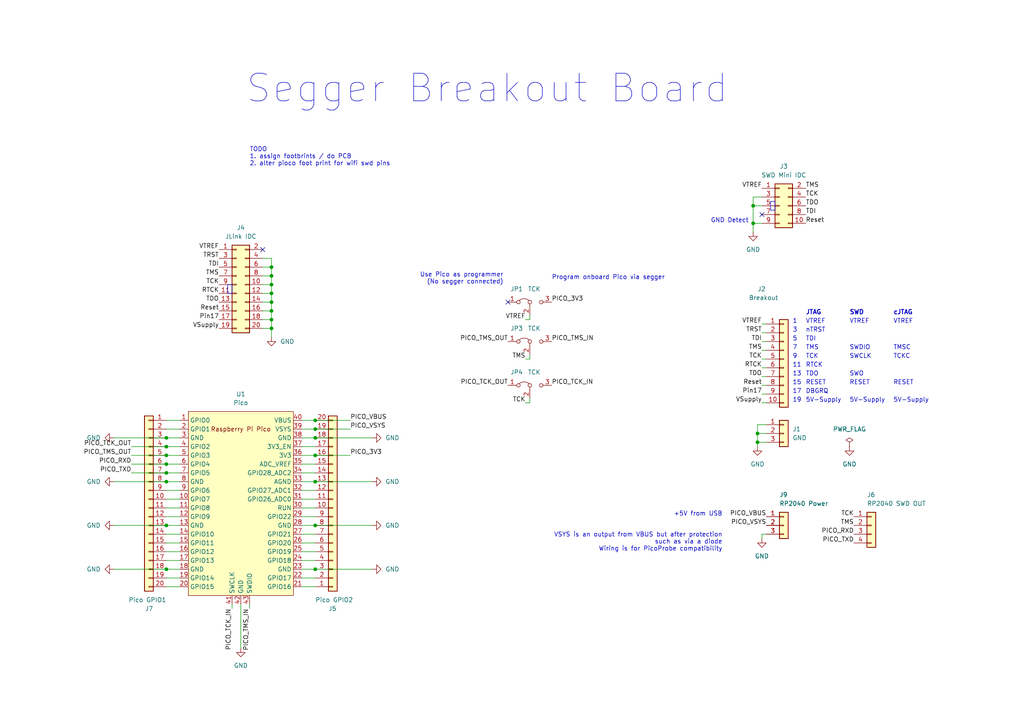
<source format=kicad_sch>
(kicad_sch (version 20230121) (generator eeschema)
  (paper "A4")
  (lib_symbols
    (symbol "Connector_Generic:Conn_01x03" (pin_names (offset 1.016) hide)
      (property "Reference" "J" (at 0 5.08 0))
      (property "Value" "Conn_01x03" (at 0 -5.08 0))
      (symbol "Conn_01x03_1_1"
        (rectangle (start -1.27 -2.413) (end 0 -2.667) (stroke (width 0.1524)))
        (rectangle (start -1.27 0.127) (end 0 -0.127) (stroke (width 0.1524)))
        (rectangle (start -1.27 2.667) (end 0 2.413) (stroke (width 0.1524)))
        (rectangle (start -1.27 3.81) (end 1.27 -3.81) (stroke (width 0.254)) (fill (type background)))
        (pin passive line (at -5.08 2.54 0) (length 3.81) (name "Pin_1") (number "1"))
        (pin passive line (at -5.08 0 0) (length 3.81) (name "Pin_2") (number "2"))
        (pin passive line (at -5.08 -2.54 0) (length 3.81) (name "Pin_3") (number "3"))
      )
    )
    (symbol "Connector_Generic:Conn_01x04" (pin_names (offset 1.016) hide)
      (property "Reference" "J" (at 0 5.08 0))
      (property "Value" "Conn_01x04" (at 0 -7.62 0))
      (symbol "Conn_01x04_1_1"
        (rectangle (start -1.27 -4.953) (end 0 -5.207) (stroke (width 0.1524)))
        (rectangle (start -1.27 -2.413) (end 0 -2.667) (stroke (width 0.1524)))
        (rectangle (start -1.27 0.127) (end 0 -0.127) (stroke (width 0.1524)))
        (rectangle (start -1.27 2.667) (end 0 2.413) (stroke (width 0.1524)))
        (rectangle (start -1.27 3.81) (end 1.27 -6.35) (stroke (width 0.254)) (fill (type background)))
        (pin passive line (at -5.08 2.54 0) (length 3.81) (name "Pin_1") (number "1"))
        (pin passive line (at -5.08 0 0) (length 3.81) (name "Pin_2") (number "2"))
        (pin passive line (at -5.08 -2.54 0) (length 3.81) (name "Pin_3") (number "3"))
        (pin passive line (at -5.08 -5.08 0) (length 3.81) (name "Pin_4") (number "4"))
      )
    )
    (symbol "Connector_Generic:Conn_01x10" (pin_names (offset 1.016) hide)
      (property "Reference" "J" (at 0 12.7 0))
      (property "Value" "Conn_01x10" (at 0 -15.24 0))
      (symbol "Conn_01x10_1_1"
        (rectangle (start -1.27 -12.573) (end 0 -12.827) (stroke (width 0.1524)))
        (rectangle (start -1.27 -10.033) (end 0 -10.287) (stroke (width 0.1524)))
        (rectangle (start -1.27 -7.493) (end 0 -7.747) (stroke (width 0.1524)))
        (rectangle (start -1.27 -4.953) (end 0 -5.207) (stroke (width 0.1524)))
        (rectangle (start -1.27 -2.413) (end 0 -2.667) (stroke (width 0.1524)))
        (rectangle (start -1.27 0.127) (end 0 -0.127) (stroke (width 0.1524)))
        (rectangle (start -1.27 2.667) (end 0 2.413) (stroke (width 0.1524)))
        (rectangle (start -1.27 5.207) (end 0 4.953) (stroke (width 0.1524)))
        (rectangle (start -1.27 7.747) (end 0 7.493) (stroke (width 0.1524)))
        (rectangle (start -1.27 10.287) (end 0 10.033) (stroke (width 0.1524)))
        (rectangle (start -1.27 11.43) (end 1.27 -13.97) (stroke (width 0.254)) (fill (type background)))
        (pin passive line (at -5.08 10.16 0) (length 3.81) (name "Pin_1") (number "1"))
        (pin passive line (at -5.08 -12.7 0) (length 3.81) (name "Pin_10") (number "10"))
        (pin passive line (at -5.08 7.62 0) (length 3.81) (name "Pin_2") (number "2"))
        (pin passive line (at -5.08 5.08 0) (length 3.81) (name "Pin_3") (number "3"))
        (pin passive line (at -5.08 2.54 0) (length 3.81) (name "Pin_4") (number "4"))
        (pin passive line (at -5.08 0 0) (length 3.81) (name "Pin_5") (number "5"))
        (pin passive line (at -5.08 -2.54 0) (length 3.81) (name "Pin_6") (number "6"))
        (pin passive line (at -5.08 -5.08 0) (length 3.81) (name "Pin_7") (number "7"))
        (pin passive line (at -5.08 -7.62 0) (length 3.81) (name "Pin_8") (number "8"))
        (pin passive line (at -5.08 -10.16 0) (length 3.81) (name "Pin_9") (number "9"))
      )
    )
    (symbol "Connector_Generic:Conn_01x20" (pin_names (offset 1.016) hide)
      (property "Reference" "J" (at 0 25.4 0))
      (property "Value" "Conn_01x20" (at 0 -27.94 0))
      (symbol "Conn_01x20_1_1"
        (rectangle (start -1.27 -25.273) (end 0 -25.527) (stroke (width 0.1524)))
        (rectangle (start -1.27 -22.733) (end 0 -22.987) (stroke (width 0.1524)))
        (rectangle (start -1.27 -20.193) (end 0 -20.447) (stroke (width 0.1524)))
        (rectangle (start -1.27 -17.653) (end 0 -17.907) (stroke (width 0.1524)))
        (rectangle (start -1.27 -15.113) (end 0 -15.367) (stroke (width 0.1524)))
        (rectangle (start -1.27 -12.573) (end 0 -12.827) (stroke (width 0.1524)))
        (rectangle (start -1.27 -10.033) (end 0 -10.287) (stroke (width 0.1524)))
        (rectangle (start -1.27 -7.493) (end 0 -7.747) (stroke (width 0.1524)))
        (rectangle (start -1.27 -4.953) (end 0 -5.207) (stroke (width 0.1524)))
        (rectangle (start -1.27 -2.413) (end 0 -2.667) (stroke (width 0.1524)))
        (rectangle (start -1.27 0.127) (end 0 -0.127) (stroke (width 0.1524)))
        (rectangle (start -1.27 2.667) (end 0 2.413) (stroke (width 0.1524)))
        (rectangle (start -1.27 5.207) (end 0 4.953) (stroke (width 0.1524)))
        (rectangle (start -1.27 7.747) (end 0 7.493) (stroke (width 0.1524)))
        (rectangle (start -1.27 10.287) (end 0 10.033) (stroke (width 0.1524)))
        (rectangle (start -1.27 12.827) (end 0 12.573) (stroke (width 0.1524)))
        (rectangle (start -1.27 15.367) (end 0 15.113) (stroke (width 0.1524)))
        (rectangle (start -1.27 17.907) (end 0 17.653) (stroke (width 0.1524)))
        (rectangle (start -1.27 20.447) (end 0 20.193) (stroke (width 0.1524)))
        (rectangle (start -1.27 22.987) (end 0 22.733) (stroke (width 0.1524)))
        (rectangle (start -1.27 24.13) (end 1.27 -26.67) (stroke (width 0.254)) (fill (type background)))
        (pin passive line (at -5.08 22.86 0) (length 3.81) (name "Pin_1") (number "1"))
        (pin passive line (at -5.08 0 0) (length 3.81) (name "Pin_10") (number "10"))
        (pin passive line (at -5.08 -2.54 0) (length 3.81) (name "Pin_11") (number "11"))
        (pin passive line (at -5.08 -5.08 0) (length 3.81) (name "Pin_12") (number "12"))
        (pin passive line (at -5.08 -7.62 0) (length 3.81) (name "Pin_13") (number "13"))
        (pin passive line (at -5.08 -10.16 0) (length 3.81) (name "Pin_14") (number "14"))
        (pin passive line (at -5.08 -12.7 0) (length 3.81) (name "Pin_15") (number "15"))
        (pin passive line (at -5.08 -15.24 0) (length 3.81) (name "Pin_16") (number "16"))
        (pin passive line (at -5.08 -17.78 0) (length 3.81) (name "Pin_17") (number "17"))
        (pin passive line (at -5.08 -20.32 0) (length 3.81) (name "Pin_18") (number "18"))
        (pin passive line (at -5.08 -22.86 0) (length 3.81) (name "Pin_19") (number "19"))
        (pin passive line (at -5.08 20.32 0) (length 3.81) (name "Pin_2") (number "2"))
        (pin passive line (at -5.08 -25.4 0) (length 3.81) (name "Pin_20") (number "20"))
        (pin passive line (at -5.08 17.78 0) (length 3.81) (name "Pin_3") (number "3"))
        (pin passive line (at -5.08 15.24 0) (length 3.81) (name "Pin_4") (number "4"))
        (pin passive line (at -5.08 12.7 0) (length 3.81) (name "Pin_5") (number "5"))
        (pin passive line (at -5.08 10.16 0) (length 3.81) (name "Pin_6") (number "6"))
        (pin passive line (at -5.08 7.62 0) (length 3.81) (name "Pin_7") (number "7"))
        (pin passive line (at -5.08 5.08 0) (length 3.81) (name "Pin_8") (number "8"))
        (pin passive line (at -5.08 2.54 0) (length 3.81) (name "Pin_9") (number "9"))
      )
    )
    (symbol "Connector_Generic:Conn_02x05_Odd_Even" (pin_names (offset 1.016) hide)
      (property "Reference" "J" (at 1.27 7.62 0))
      (property "Value" "Conn_02x05_Odd_Even" (at 1.27 -7.62 0))
      (symbol "Conn_02x05_Odd_Even_1_1"
        (rectangle (start -1.27 -4.953) (end 0 -5.207) (stroke (width 0.1524)))
        (rectangle (start -1.27 -2.413) (end 0 -2.667) (stroke (width 0.1524)))
        (rectangle (start -1.27 0.127) (end 0 -0.127) (stroke (width 0.1524)))
        (rectangle (start -1.27 2.667) (end 0 2.413) (stroke (width 0.1524)))
        (rectangle (start -1.27 5.207) (end 0 4.953) (stroke (width 0.1524)))
        (rectangle (start -1.27 6.35) (end 3.81 -6.35) (stroke (width 0.254)) (fill (type background)))
        (rectangle (start 3.81 -4.953) (end 2.54 -5.207) (stroke (width 0.1524)))
        (rectangle (start 3.81 -2.413) (end 2.54 -2.667) (stroke (width 0.1524)))
        (rectangle (start 3.81 0.127) (end 2.54 -0.127) (stroke (width 0.1524)))
        (rectangle (start 3.81 2.667) (end 2.54 2.413) (stroke (width 0.1524)))
        (rectangle (start 3.81 5.207) (end 2.54 4.953) (stroke (width 0.1524)))
        (pin passive line (at -5.08 5.08 0) (length 3.81) (name "Pin_1") (number "1"))
        (pin passive line (at 7.62 -5.08 180) (length 3.81) (name "Pin_10") (number "10"))
        (pin passive line (at 7.62 5.08 180) (length 3.81) (name "Pin_2") (number "2"))
        (pin passive line (at -5.08 2.54 0) (length 3.81) (name "Pin_3") (number "3"))
        (pin passive line (at 7.62 2.54 180) (length 3.81) (name "Pin_4") (number "4"))
        (pin passive line (at -5.08 0 0) (length 3.81) (name "Pin_5") (number "5"))
        (pin passive line (at 7.62 0 180) (length 3.81) (name "Pin_6") (number "6"))
        (pin passive line (at -5.08 -2.54 0) (length 3.81) (name "Pin_7") (number "7"))
        (pin passive line (at 7.62 -2.54 180) (length 3.81) (name "Pin_8") (number "8"))
        (pin passive line (at -5.08 -5.08 0) (length 3.81) (name "Pin_9") (number "9"))
      )
    )
    (symbol "Connector_Generic:Conn_02x10_Odd_Even" (pin_names (offset 1.016) hide)
      (property "Reference" "J" (at 1.27 12.7 0))
      (property "Value" "Conn_02x10_Odd_Even" (at 1.27 -15.24 0))
      (symbol "Conn_02x10_Odd_Even_1_1"
        (rectangle (start -1.27 -12.573) (end 0 -12.827) (stroke (width 0.1524)))
        (rectangle (start -1.27 -10.033) (end 0 -10.287) (stroke (width 0.1524)))
        (rectangle (start -1.27 -7.493) (end 0 -7.747) (stroke (width 0.1524)))
        (rectangle (start -1.27 -4.953) (end 0 -5.207) (stroke (width 0.1524)))
        (rectangle (start -1.27 -2.413) (end 0 -2.667) (stroke (width 0.1524)))
        (rectangle (start -1.27 0.127) (end 0 -0.127) (stroke (width 0.1524)))
        (rectangle (start -1.27 2.667) (end 0 2.413) (stroke (width 0.1524)))
        (rectangle (start -1.27 5.207) (end 0 4.953) (stroke (width 0.1524)))
        (rectangle (start -1.27 7.747) (end 0 7.493) (stroke (width 0.1524)))
        (rectangle (start -1.27 10.287) (end 0 10.033) (stroke (width 0.1524)))
        (rectangle (start -1.27 11.43) (end 3.81 -13.97) (stroke (width 0.254)) (fill (type background)))
        (rectangle (start 3.81 -12.573) (end 2.54 -12.827) (stroke (width 0.1524)))
        (rectangle (start 3.81 -10.033) (end 2.54 -10.287) (stroke (width 0.1524)))
        (rectangle (start 3.81 -7.493) (end 2.54 -7.747) (stroke (width 0.1524)))
        (rectangle (start 3.81 -4.953) (end 2.54 -5.207) (stroke (width 0.1524)))
        (rectangle (start 3.81 -2.413) (end 2.54 -2.667) (stroke (width 0.1524)))
        (rectangle (start 3.81 0.127) (end 2.54 -0.127) (stroke (width 0.1524)))
        (rectangle (start 3.81 2.667) (end 2.54 2.413) (stroke (width 0.1524)))
        (rectangle (start 3.81 5.207) (end 2.54 4.953) (stroke (width 0.1524)))
        (rectangle (start 3.81 7.747) (end 2.54 7.493) (stroke (width 0.1524)))
        (rectangle (start 3.81 10.287) (end 2.54 10.033) (stroke (width 0.1524)))
        (pin passive line (at -5.08 10.16 0) (length 3.81) (name "Pin_1") (number "1"))
        (pin passive line (at 7.62 0 180) (length 3.81) (name "Pin_10") (number "10"))
        (pin passive line (at -5.08 -2.54 0) (length 3.81) (name "Pin_11") (number "11"))
        (pin passive line (at 7.62 -2.54 180) (length 3.81) (name "Pin_12") (number "12"))
        (pin passive line (at -5.08 -5.08 0) (length 3.81) (name "Pin_13") (number "13"))
        (pin passive line (at 7.62 -5.08 180) (length 3.81) (name "Pin_14") (number "14"))
        (pin passive line (at -5.08 -7.62 0) (length 3.81) (name "Pin_15") (number "15"))
        (pin passive line (at 7.62 -7.62 180) (length 3.81) (name "Pin_16") (number "16"))
        (pin passive line (at -5.08 -10.16 0) (length 3.81) (name "Pin_17") (number "17"))
        (pin passive line (at 7.62 -10.16 180) (length 3.81) (name "Pin_18") (number "18"))
        (pin passive line (at -5.08 -12.7 0) (length 3.81) (name "Pin_19") (number "19"))
        (pin passive line (at 7.62 10.16 180) (length 3.81) (name "Pin_2") (number "2"))
        (pin passive line (at 7.62 -12.7 180) (length 3.81) (name "Pin_20") (number "20"))
        (pin passive line (at -5.08 7.62 0) (length 3.81) (name "Pin_3") (number "3"))
        (pin passive line (at 7.62 7.62 180) (length 3.81) (name "Pin_4") (number "4"))
        (pin passive line (at -5.08 5.08 0) (length 3.81) (name "Pin_5") (number "5"))
        (pin passive line (at 7.62 5.08 180) (length 3.81) (name "Pin_6") (number "6"))
        (pin passive line (at -5.08 2.54 0) (length 3.81) (name "Pin_7") (number "7"))
        (pin passive line (at 7.62 2.54 180) (length 3.81) (name "Pin_8") (number "8"))
        (pin passive line (at -5.08 0 0) (length 3.81) (name "Pin_9") (number "9"))
      )
    )
    (symbol "Jumper:Jumper_3_Bridged12" (pin_names (offset 0) hide)
      (property "Reference" "JP" (at -2.54 -2.54 0))
      (property "Value" "Jumper_3_Bridged12" (at 0 2.794 0))
      (symbol "Jumper_3_Bridged12_0_0"
        (circle (center -3.302 0) (radius 0.508))
        (circle (center 0 0) (radius 0.508))
        (circle (center 3.302 0) (radius 0.508))
      )
      (symbol "Jumper_3_Bridged12_0_1"
        (arc (start -0.254 0.508) (mid -1.651 0.9912) (end -3.048 0.508))
        (polyline (pts (xy 0 -1.27) (xy 0 -0.508)))
      )
      (symbol "Jumper_3_Bridged12_1_1"
        (pin passive line (at -6.35 0 0) (length 2.54) (name "A") (number "1"))
        (pin passive line (at 0 -3.81 90) (length 2.54) (name "C") (number "2"))
        (pin passive line (at 6.35 0 180) (length 2.54) (name "B") (number "3"))
      )
    )
    (symbol "MCU_RaspberryPi_and_Boards:Pico"
      (property "Reference" "U" (at -13.97 27.94 0))
      (property "Value" "Pico" (at 0 19.05 0))
      (symbol "Pico_0_0"
        (text "Raspberry Pi Pico" (at 0 21.59 0) (effects (font (size 1.27 1.27))))
      )
      (symbol "Pico_0_1"
        (rectangle (start -15.24 26.67) (end 15.24 -26.67) (fill (type background)))
      )
      (symbol "Pico_1_1"
        (pin bidirectional line (at -17.78 24.13 0) (length 2.54) (name "GPIO0") (number "1"))
        (pin bidirectional line (at -17.78 1.27 0) (length 2.54) (name "GPIO7") (number "10"))
        (pin bidirectional line (at -17.78 -1.27 0) (length 2.54) (name "GPIO8") (number "11"))
        (pin bidirectional line (at -17.78 -3.81 0) (length 2.54) (name "GPIO9") (number "12"))
        (pin power_in line (at -17.78 -6.35 0) (length 2.54) (name "GND") (number "13"))
        (pin bidirectional line (at -17.78 -8.89 0) (length 2.54) (name "GPIO10") (number "14"))
        (pin bidirectional line (at -17.78 -11.43 0) (length 2.54) (name "GPIO11") (number "15"))
        (pin bidirectional line (at -17.78 -13.97 0) (length 2.54) (name "GPIO12") (number "16"))
        (pin bidirectional line (at -17.78 -16.51 0) (length 2.54) (name "GPIO13") (number "17"))
        (pin power_in line (at -17.78 -19.05 0) (length 2.54) (name "GND") (number "18"))
        (pin bidirectional line (at -17.78 -21.59 0) (length 2.54) (name "GPIO14") (number "19"))
        (pin bidirectional line (at -17.78 21.59 0) (length 2.54) (name "GPIO1") (number "2"))
        (pin bidirectional line (at -17.78 -24.13 0) (length 2.54) (name "GPIO15") (number "20"))
        (pin bidirectional line (at 17.78 -24.13 180) (length 2.54) (name "GPIO16") (number "21"))
        (pin bidirectional line (at 17.78 -21.59 180) (length 2.54) (name "GPIO17") (number "22"))
        (pin power_in line (at 17.78 -19.05 180) (length 2.54) (name "GND") (number "23"))
        (pin bidirectional line (at 17.78 -16.51 180) (length 2.54) (name "GPIO18") (number "24"))
        (pin bidirectional line (at 17.78 -13.97 180) (length 2.54) (name "GPIO19") (number "25"))
        (pin bidirectional line (at 17.78 -11.43 180) (length 2.54) (name "GPIO20") (number "26"))
        (pin bidirectional line (at 17.78 -8.89 180) (length 2.54) (name "GPIO21") (number "27"))
        (pin power_in line (at 17.78 -6.35 180) (length 2.54) (name "GND") (number "28"))
        (pin bidirectional line (at 17.78 -3.81 180) (length 2.54) (name "GPIO22") (number "29"))
        (pin power_in line (at -17.78 19.05 0) (length 2.54) (name "GND") (number "3"))
        (pin input line (at 17.78 -1.27 180) (length 2.54) (name "RUN") (number "30"))
        (pin bidirectional line (at 17.78 1.27 180) (length 2.54) (name "GPIO26_ADC0") (number "31"))
        (pin bidirectional line (at 17.78 3.81 180) (length 2.54) (name "GPIO27_ADC1") (number "32"))
        (pin power_in line (at 17.78 6.35 180) (length 2.54) (name "AGND") (number "33"))
        (pin bidirectional line (at 17.78 8.89 180) (length 2.54) (name "GPIO28_ADC2") (number "34"))
        (pin power_in line (at 17.78 11.43 180) (length 2.54) (name "ADC_VREF") (number "35"))
        (pin power_in line (at 17.78 13.97 180) (length 2.54) (name "3V3") (number "36"))
        (pin input line (at 17.78 16.51 180) (length 2.54) (name "3V3_EN") (number "37"))
        (pin bidirectional line (at 17.78 19.05 180) (length 2.54) (name "GND") (number "38"))
        (pin power_in line (at 17.78 21.59 180) (length 2.54) (name "VSYS") (number "39"))
        (pin bidirectional line (at -17.78 16.51 0) (length 2.54) (name "GPIO2") (number "4"))
        (pin power_in line (at 17.78 24.13 180) (length 2.54) (name "VBUS") (number "40"))
        (pin input line (at -2.54 -29.21 90) (length 2.54) (name "SWCLK") (number "41"))
        (pin power_in line (at 0 -29.21 90) (length 2.54) (name "GND") (number "42"))
        (pin bidirectional line (at 2.54 -29.21 90) (length 2.54) (name "SWDIO") (number "43"))
        (pin bidirectional line (at -17.78 13.97 0) (length 2.54) (name "GPIO3") (number "5"))
        (pin bidirectional line (at -17.78 11.43 0) (length 2.54) (name "GPIO4") (number "6"))
        (pin bidirectional line (at -17.78 8.89 0) (length 2.54) (name "GPIO5") (number "7"))
        (pin power_in line (at -17.78 6.35 0) (length 2.54) (name "GND") (number "8"))
        (pin bidirectional line (at -17.78 3.81 0) (length 2.54) (name "GPIO6") (number "9"))
      )
    )
    (symbol "power:GND" (power) (pin_names (offset 0))
      (property "Value" "GND" (at 0 -3.81 0))
      (symbol "GND_0_1"
        (polyline (pts (xy 0 0) (xy 0 -1.27) (xy 1.27 -1.27) (xy 0 -2.54) (xy -1.27 -1.27) (xy 0 -1.27)))
      )
      (symbol "GND_1_1"
        (pin power_in line (at 0 0 270) (length 0) hide (name "GND") (number "1"))
      )
    )
    (symbol "power:PWR_FLAG" (power) (pin_numbers hide) (pin_names (offset 0) hide)
      (property "Value" "PWR_FLAG" (at 0 3.81 0))
      (symbol "PWR_FLAG_0_0"
        (pin power_out line (at 0 0 90) (length 0) (name "pwr") (number "1"))
      )
      (symbol "PWR_FLAG_0_1"
        (polyline (pts (xy 0 0) (xy 0 1.27) (xy -1.016 1.905) (xy 0 2.54) (xy 1.016 1.905) (xy 0 1.27)))
      )
    )
  )
  (junction (at 218.44 59.69))
  (junction (at 48.26 132.08))
  (junction (at 91.44 152.4))
  (junction (at 78.74 85.09))
  (junction (at 48.26 129.54))
  (junction (at 78.74 95.25))
  (junction (at 78.74 90.17))
  (junction (at 91.44 121.92))
  (junction (at 78.74 82.55))
  (junction (at 78.74 87.63))
  (junction (at 48.26 139.7))
  (junction (at 91.44 127))
  (junction (at 91.44 139.7))
  (junction (at 218.44 64.77))
  (junction (at 91.44 165.1))
  (junction (at 78.74 92.71))
  (junction (at 78.74 77.47))
  (junction (at 78.74 80.01))
  (junction (at 48.26 127))
  (junction (at 91.44 124.46))
  (junction (at 48.26 137.16))
  (junction (at 48.26 152.4))
  (junction (at 91.44 132.08))
  (junction (at 219.71 128.27))
  (junction (at 48.26 134.62))
  (junction (at 48.26 165.1))
  (junction (at 219.71 125.73))
  (no_connect (at 147.32 87.63))
  (no_connect (at 220.98 62.23))
  (no_connect (at 76.2 72.39))
  (wire (pts (xy 220.98 116.84) (xy 222.25 116.84)))
  (wire (pts (xy 87.63 134.62) (xy 91.44 134.62)))
  (wire (pts (xy 78.74 80.01) (xy 78.74 82.55)))
  (wire (pts (xy 78.74 82.55) (xy 78.74 85.09)))
  (wire (pts (xy 87.63 162.56) (xy 91.44 162.56)))
  (wire (pts (xy 48.26 121.92) (xy 52.07 121.92)))
  (wire (pts (xy 87.63 165.1) (xy 91.44 165.1)))
  (wire (pts (xy 91.44 165.1) (xy 107.95 165.1)))
  (wire (pts (xy 91.44 121.92) (xy 101.6 121.92)))
  (wire (pts (xy 33.02 127) (xy 48.26 127)))
  (wire (pts (xy 87.63 129.54) (xy 91.44 129.54)))
  (wire (pts (xy 87.63 137.16) (xy 91.44 137.16)))
  (wire (pts (xy 76.2 77.47) (xy 78.74 77.47)))
  (wire (pts (xy 48.26 162.56) (xy 52.07 162.56)))
  (wire (pts (xy 48.26 142.24) (xy 52.07 142.24)))
  (wire (pts (xy 218.44 64.77) (xy 218.44 67.31)))
  (wire (pts (xy 38.1 134.62) (xy 48.26 134.62)))
  (wire (pts (xy 220.98 114.3) (xy 222.25 114.3)))
  (wire (pts (xy 220.98 111.76) (xy 222.25 111.76)))
  (wire (pts (xy 91.44 139.7) (xy 107.95 139.7)))
  (wire (pts (xy 91.44 152.4) (xy 107.95 152.4)))
  (wire (pts (xy 76.2 92.71) (xy 78.74 92.71)))
  (wire (pts (xy 87.63 124.46) (xy 91.44 124.46)))
  (wire (pts (xy 220.98 96.52) (xy 222.25 96.52)))
  (wire (pts (xy 78.74 92.71) (xy 78.74 95.25)))
  (wire (pts (xy 87.63 127) (xy 91.44 127)))
  (wire (pts (xy 91.44 127) (xy 107.95 127)))
  (wire (pts (xy 219.71 123.19) (xy 219.71 125.73)))
  (wire (pts (xy 48.26 139.7) (xy 52.07 139.7)))
  (wire (pts (xy 153.67 115.57) (xy 153.67 116.84)))
  (wire (pts (xy 48.26 154.94) (xy 52.07 154.94)))
  (wire (pts (xy 220.98 109.22) (xy 222.25 109.22)))
  (wire (pts (xy 87.63 139.7) (xy 91.44 139.7)))
  (wire (pts (xy 48.26 124.46) (xy 52.07 124.46)))
  (wire (pts (xy 87.63 132.08) (xy 91.44 132.08)))
  (wire (pts (xy 218.44 64.77) (xy 220.98 64.77)))
  (wire (pts (xy 76.2 85.09) (xy 78.74 85.09)))
  (wire (pts (xy 87.63 167.64) (xy 91.44 167.64)))
  (wire (pts (xy 87.63 170.18) (xy 91.44 170.18)))
  (wire (pts (xy 48.26 144.78) (xy 52.07 144.78)))
  (wire (pts (xy 48.26 165.1) (xy 52.07 165.1)))
  (wire (pts (xy 48.26 152.4) (xy 52.07 152.4)))
  (wire (pts (xy 76.2 95.25) (xy 78.74 95.25)))
  (wire (pts (xy 72.39 175.26) (xy 72.39 176.53)))
  (wire (pts (xy 76.2 74.93) (xy 78.74 74.93)))
  (wire (pts (xy 76.2 80.01) (xy 78.74 80.01)))
  (wire (pts (xy 48.26 170.18) (xy 52.07 170.18)))
  (wire (pts (xy 220.98 106.68) (xy 222.25 106.68)))
  (wire (pts (xy 219.71 125.73) (xy 219.71 128.27)))
  (wire (pts (xy 87.63 142.24) (xy 91.44 142.24)))
  (wire (pts (xy 33.02 152.4) (xy 48.26 152.4)))
  (wire (pts (xy 152.4 116.84) (xy 153.67 116.84)))
  (wire (pts (xy 38.1 132.08) (xy 48.26 132.08)))
  (wire (pts (xy 69.85 175.26) (xy 69.85 187.96)))
  (wire (pts (xy 48.26 134.62) (xy 52.07 134.62)))
  (wire (pts (xy 152.4 104.14) (xy 153.67 104.14)))
  (wire (pts (xy 220.98 99.06) (xy 222.25 99.06)))
  (wire (pts (xy 76.2 87.63) (xy 78.74 87.63)))
  (wire (pts (xy 220.98 104.14) (xy 222.25 104.14)))
  (wire (pts (xy 153.67 91.44) (xy 153.67 92.71)))
  (wire (pts (xy 219.71 125.73) (xy 222.25 125.73)))
  (wire (pts (xy 87.63 144.78) (xy 91.44 144.78)))
  (wire (pts (xy 220.98 154.94) (xy 220.98 156.21)))
  (wire (pts (xy 38.1 129.54) (xy 48.26 129.54)))
  (wire (pts (xy 78.74 74.93) (xy 78.74 77.47)))
  (wire (pts (xy 78.74 77.47) (xy 78.74 80.01)))
  (wire (pts (xy 218.44 59.69) (xy 220.98 59.69)))
  (wire (pts (xy 78.74 90.17) (xy 78.74 92.71)))
  (wire (pts (xy 87.63 149.86) (xy 91.44 149.86)))
  (wire (pts (xy 220.98 93.98) (xy 222.25 93.98)))
  (wire (pts (xy 33.02 139.7) (xy 48.26 139.7)))
  (wire (pts (xy 87.63 157.48) (xy 91.44 157.48)))
  (wire (pts (xy 48.26 137.16) (xy 52.07 137.16)))
  (wire (pts (xy 67.31 175.26) (xy 67.31 176.53)))
  (wire (pts (xy 218.44 57.15) (xy 218.44 59.69)))
  (wire (pts (xy 33.02 165.1) (xy 48.26 165.1)))
  (wire (pts (xy 76.2 82.55) (xy 78.74 82.55)))
  (wire (pts (xy 78.74 87.63) (xy 78.74 90.17)))
  (wire (pts (xy 222.25 123.19) (xy 219.71 123.19)))
  (wire (pts (xy 87.63 147.32) (xy 91.44 147.32)))
  (wire (pts (xy 91.44 132.08) (xy 101.6 132.08)))
  (wire (pts (xy 153.67 102.87) (xy 153.67 104.14)))
  (wire (pts (xy 87.63 121.92) (xy 91.44 121.92)))
  (wire (pts (xy 152.4 92.71) (xy 153.67 92.71)))
  (wire (pts (xy 48.26 127) (xy 52.07 127)))
  (wire (pts (xy 78.74 95.25) (xy 78.74 97.79)))
  (wire (pts (xy 219.71 128.27) (xy 222.25 128.27)))
  (wire (pts (xy 48.26 129.54) (xy 52.07 129.54)))
  (wire (pts (xy 91.44 124.46) (xy 101.6 124.46)))
  (wire (pts (xy 48.26 167.64) (xy 52.07 167.64)))
  (wire (pts (xy 76.2 90.17) (xy 78.74 90.17)))
  (wire (pts (xy 220.98 57.15) (xy 218.44 57.15)))
  (wire (pts (xy 78.74 85.09) (xy 78.74 87.63)))
  (wire (pts (xy 48.26 132.08) (xy 52.07 132.08)))
  (wire (pts (xy 219.71 128.27) (xy 219.71 129.54)))
  (wire (pts (xy 38.1 137.16) (xy 48.26 137.16)))
  (wire (pts (xy 87.63 154.94) (xy 91.44 154.94)))
  (wire (pts (xy 87.63 160.02) (xy 91.44 160.02)))
  (wire (pts (xy 48.26 160.02) (xy 52.07 160.02)))
  (wire (pts (xy 218.44 59.69) (xy 218.44 64.77)))
  (wire (pts (xy 48.26 149.86) (xy 52.07 149.86)))
  (wire (pts (xy 48.26 157.48) (xy 52.07 157.48)))
  (wire (pts (xy 48.26 147.32) (xy 52.07 147.32)))
  (wire (pts (xy 87.63 152.4) (xy 91.44 152.4)))
  (wire (pts (xy 220.98 101.6) (xy 222.25 101.6)))
  (wire (pts (xy 222.25 154.94) (xy 220.98 154.94)))
  (rectangle (start 223.52 58.42) (end 224.79 60.96))
  (rectangle (start 66.04 82.55) (end 67.31 85.09))
  (text "Segger Breakout Board" (at 71.12 30.48 0) (effects (font (size 8 8)) (justify left bottom)))
  (text "5V-Supply" (at 233.68 116.84 0) (effects (font (size 1.27 1.27)) (justify left bottom)))
  (text "3" (at 229.87 96.52 0) (effects (font (size 1.27 1.27)) (justify left bottom)))
  (text "+5V from USB" (at 209.55 149.86 0) (effects (font (size 1.27 1.27)) (justify right bottom)))
  (text "TCK" (at 233.68 104.14 0) (effects (font (size 1.27 1.27)) (justify left bottom)))
  (text "VTREF" (at 233.68 93.98 0) (effects (font (size 1.27 1.27)) (justify left bottom)))
  (text "9" (at 229.87 104.14 0) (effects (font (size 1.27 1.27)) (justify left bottom)))
  (text "5V-Supply" (at 246.38 116.84 0) (effects (font (size 1.27 1.27)) (justify left bottom)))
  (text "RESET" (at 259.08 111.76 0) (effects (font (size 1.27 1.27)) (justify left bottom)))
  (text "5\n" (at 229.87 99.06 0) (effects (font (size 1.27 1.27)) (justify left bottom)))
  (text "TCKC" (at 259.08 104.14 0) (effects (font (size 1.27 1.27)) (justify left bottom)))
  (text "SWO" (at 246.38 109.22 0) (effects (font (size 1.27 1.27)) (justify left bottom)))
  (text "cJTAG" (at 259.08 91.44 0) (effects (font (size 1.27 1.27) (thickness 0.254) bold) (justify left bottom)))
  (text "JTAG" (at 233.68 91.44 0) (effects (font (size 1.27 1.27) (thickness 0.254) bold) (justify left bottom)))
  (text "RTCK" (at 233.68 106.68 0) (effects (font (size 1.27 1.27)) (justify left bottom)))
  (text "SWCLK" (at 246.38 104.14 0) (effects (font (size 1.27 1.27)) (justify left bottom)))
  (text "13" (at 229.87 109.22 0) (effects (font (size 1.27 1.27)) (justify left bottom)))
  (text "1" (at 229.87 93.98 0) (effects (font (size 1.27 1.27)) (justify left bottom)))
  (text "Program onboard Pico via segger" (at 160.02 81.28 0) (effects (font (size 1.27 1.27)) (justify left bottom)))
  (text "VSYS is an output from VBUS but after protection\nsuch as via a diode\nWiring is for PicoProbe compatibility" (at 209.55 160.02 0) (effects (font (size 1.27 1.27)) (justify right bottom)))
  (text "VTREF" (at 259.08 93.98 0) (effects (font (size 1.27 1.27)) (justify left bottom)))
  (text "nTRST" (at 233.68 96.52 0) (effects (font (size 1.27 1.27)) (justify left bottom)))
  (text "7" (at 229.87 101.6 0) (effects (font (size 1.27 1.27)) (justify left bottom)))
  (text "TDI" (at 233.68 99.06 0) (effects (font (size 1.27 1.27)) (justify left bottom)))
  (text "RESET" (at 233.68 111.76 0) (effects (font (size 1.27 1.27)) (justify left bottom)))
  (text "VTREF" (at 246.38 93.98 0) (effects (font (size 1.27 1.27)) (justify left bottom)))
  (text "15" (at 229.87 111.76 0) (effects (font (size 1.27 1.27)) (justify left bottom)))
  (text "TMS" (at 233.68 101.6 0) (effects (font (size 1.27 1.27)) (justify left bottom)))
  (text "TDO" (at 233.68 109.22 0) (effects (font (size 1.27 1.27)) (justify left bottom)))
  (text "SWD" (at 246.38 91.44 0) (effects (font (size 1.27 1.27) (thickness 0.254) bold) (justify left bottom)))
  (text "17" (at 229.87 114.3 0) (effects (font (size 1.27 1.27)) (justify left bottom)))
  (text "RESET" (at 246.38 111.76 0) (effects (font (size 1.27 1.27)) (justify left bottom)))
  (text "TODO\n1. assign footbrints / do PCB\n2. alter pioco foot print for wifi swd pins" (at 72.39 48.26 0) (effects (font (size 1.27 1.27)) (justify left bottom)))
  (text "19" (at 229.87 116.84 0) (effects (font (size 1.27 1.27)) (justify left bottom)))
  (text "11" (at 229.87 106.68 0) (effects (font (size 1.27 1.27)) (justify left bottom)))
  (text "Use Pico as programmer\n(No segger connected)" (at 146.05 82.55 0) (effects (font (size 1.27 1.27)) (justify right bottom)))
  (text "5V-Supply" (at 259.08 116.84 0) (effects (font (size 1.27 1.27)) (justify left bottom)))
  (text "SWDIO" (at 246.38 101.6 0) (effects (font (size 1.27 1.27)) (justify left bottom)))
  (text "TMSC" (at 259.08 101.6 0) (effects (font (size 1.27 1.27)) (justify left bottom)))
  (text "GND Detect" (at 217.17 64.77 0) (effects (font (size 1.27 1.27)) (justify right bottom)))
  (text "DBGRQ" (at 233.68 114.3 0) (effects (font (size 1.27 1.27)) (justify left bottom)))
  (label "PICO_TCK_OUT" (at 147.32 111.76 180))
  (label "Reset" (at 220.98 111.76 180))
  (label "VSupply" (at 220.98 116.84 180))
  (label "RTCK" (at 220.98 106.68 180))
  (label "TDI" (at 63.5 77.47 180))
  (label "Pin17" (at 220.98 114.3 180))
  (label "VSupply" (at 63.5 95.25 180))
  (label "PICO_VBUS" (at 101.6 121.92 0))
  (label "PICO_TMS_OUT" (at 147.32 99.06 180))
  (label "PICO_RXD" (at 38.1 134.62 180))
  (label "PICO_TMS_IN" (at 160.02 99.06 0))
  (label "TDO" (at 63.5 87.63 180))
  (label "Pin17" (at 63.5 92.71 180))
  (label "PICO_TCK_OUT" (at 38.1 129.54 180))
  (label "PICO_RXD" (at 247.65 154.94 180))
  (label "TCK" (at 152.4 116.84 180))
  (label "TCK" (at 63.5 82.55 180))
  (label "TDO" (at 220.98 109.22 180))
  (label "RTCK" (at 63.5 85.09 180))
  (label "PICO_TMS_IN" (at 72.39 176.53 270))
  (label "PICO_VBUS" (at 222.25 149.86 180))
  (label "TCK" (at 233.68 57.15 0))
  (label "TCK" (at 220.98 104.14 180))
  (label "TDI" (at 233.68 62.23 0))
  (label "PICO_VSYS" (at 101.6 124.46 0))
  (label "TDI" (at 220.98 99.06 180))
  (label "TMS" (at 63.5 80.01 180))
  (label "Reset" (at 233.68 64.77 0))
  (label "PICO_3V3" (at 101.6 132.08 0))
  (label "TDO" (at 233.68 59.69 0))
  (label "Reset" (at 63.5 90.17 180))
  (label "TRST" (at 220.98 96.52 180))
  (label "VTREF" (at 220.98 54.61 180))
  (label "PICO_TCK_IN" (at 160.02 111.76 0))
  (label "VTREF" (at 152.4 92.71 180))
  (label "TMS" (at 152.4 104.14 180))
  (label "VTREF" (at 220.98 93.98 180))
  (label "PICO_TMS_OUT" (at 38.1 132.08 180))
  (label "TRST" (at 63.5 74.93 180))
  (label "PICO_TXD" (at 247.65 157.48 180))
  (label "TCK" (at 247.65 149.86 180))
  (label "TMS" (at 247.65 152.4 180))
  (label "PICO_TCK_IN" (at 67.31 176.53 270))
  (label "PICO_3V3" (at 160.02 87.63 0))
  (label "PICO_TXD" (at 38.1 137.16 180))
  (label "PICO_VSYS" (at 222.25 152.4 180))
  (label "VTREF" (at 63.5 72.39 180))
  (label "TMS" (at 233.68 54.61 0))
  (label "TMS" (at 220.98 101.6 180))
  (symbol (lib_id "Connector_Generic:Conn_02x10_Odd_Even") (at 68.58 82.55 0) (unit 1)
    (property "Reference" "J4" (at 69.85 66.04 0))
    (property "Value" "JLink IDC" (at 69.85 68.58 0))
    (property "Footprint" "Connector_IDC:IDC-Header_2x10_P2.54mm_Vertical" (effects hide))
  )
  (symbol (lib_id "power:GND") (at 107.95 152.4 90) (unit 1)
    (property "Reference" "#PWR014" (effects hide))
    (property "Value" "GND" (at 111.76 152.4 90) (effects (justify right)))
  )
  (symbol (lib_id "Connector_Generic:Conn_01x20") (at 43.18 144.78 0) (mirror y) (unit 1)
    (property "Reference" "J7" (at 44.45 176.53 0) (effects (justify left)))
    (property "Value" "Pico GPIO1" (at 48.26 173.99 0) (effects (justify left)))
    (property "Footprint" "Connector_PinHeader_2.54mm:PinHeader_1x20_P2.54mm_Vertical" (effects hide))
  )
  (symbol (lib_id "power:GND") (at 33.02 152.4 270) (unit 1)
    (property "Reference" "#PWR010" (effects hide))
    (property "Value" "GND" (at 29.21 152.4 90) (effects (justify right)))
  )
  (symbol (lib_id "power:GND") (at 107.95 165.1 90) (unit 1)
    (property "Reference" "#PWR013" (effects hide))
    (property "Value" "GND" (at 111.76 165.1 90) (effects (justify right)))
  )
  (symbol (lib_id "power:GND") (at 220.98 156.21 0) (unit 1)
    (property "Reference" "#PWR04" (effects hide))
    (property "Value" "GND" (at 220.98 161.29 0))
  )
  (symbol (lib_id "Connector_Generic:Conn_01x10") (at 227.33 104.14 0) (unit 1)
    (property "Reference" "J2" (at 219.71 83.82 0) (effects (justify left)))
    (property "Value" "Breakout" (at 217.17 86.36 0) (effects (justify left)))
    (property "Footprint" "Connector_PinHeader_2.54mm:PinHeader_1x10_P2.54mm_Vertical" (effects hide))
  )
  (symbol (lib_id "power:GND") (at 33.02 127 270) (unit 1)
    (property "Reference" "#PWR08" (effects hide))
    (property "Value" "GND" (at 29.21 127 90) (effects (justify right)))
  )
  (symbol (lib_id "MCU_RaspberryPi_and_Boards:Pico") (at 69.85 146.05 0) (unit 1)
    (property "Reference" "U1" (at 69.85 114.3 0))
    (property "Value" "Pico" (at 69.85 116.84 0))
    (property "Footprint" "MCU_RaspberryPi_and_Boards:RPi_Pico_SMD_TH" (effects hide))
  )
  (symbol (lib_id "Connector_Generic:Conn_01x04") (at 252.73 152.4 0) (unit 1)
    (property "Reference" "J6" (at 251.46 143.51 0) (effects (justify left)))
    (property "Value" "RP2040 SWD OUT" (at 251.46 146.05 0) (effects (justify left)))
    (property "Footprint" "Connector_PinHeader_2.54mm:PinHeader_1x04_P2.54mm_Vertical" (effects hide))
  )
  (symbol (lib_id "power:GND") (at 33.02 139.7 270) (unit 1)
    (property "Reference" "#PWR09" (effects hide))
    (property "Value" "GND" (at 29.21 139.7 90) (effects (justify right)))
  )
  (symbol (lib_id "Jumper:Jumper_3_Bridged12") (at 153.67 99.06 0) (unit 1)
    (property "Reference" "JP3" (at 149.86 95.25 0))
    (property "Value" "TCK" (at 154.94 95.25 0))
  )
  (symbol (lib_id "Connector_Generic:Conn_02x05_Odd_Even") (at 226.06 59.69 0) (unit 1)
    (property "Reference" "J3" (at 227.33 48.26 0))
    (property "Value" "SWD Mini IDC" (at 227.33 50.8 0))
    (property "Footprint" "Connector_PinHeader_1.27mm:PinHeader_2x05_P1.27mm_Vertical" (effects hide))
  )
  (symbol (lib_id "power:PWR_FLAG") (at 246.38 129.54 0) (unit 1)
    (property "Reference" "#FLG01" (effects hide))
    (property "Value" "PWR_FLAG" (at 246.38 124.46 0))
  )
  (symbol (lib_id "power:GND") (at 219.71 129.54 0) (unit 1)
    (property "Reference" "#PWR01" (effects hide))
    (property "Value" "GND" (at 219.71 134.62 0))
  )
  (symbol (lib_id "Connector_Generic:Conn_01x03") (at 227.33 125.73 0) (unit 1)
    (property "Reference" "J1" (at 229.87 124.46 0) (effects (justify left)))
    (property "Value" "GND" (at 229.87 127 0) (effects (justify left)))
    (property "Footprint" "Connector_PinHeader_2.54mm:PinHeader_1x03_P2.54mm_Vertical" (effects hide))
  )
  (symbol (lib_id "Jumper:Jumper_3_Bridged12") (at 153.67 111.76 0) (unit 1)
    (property "Reference" "JP4" (at 149.86 107.95 0))
    (property "Value" "TCK" (at 154.94 107.95 0))
  )
  (symbol (lib_id "power:GND") (at 33.02 165.1 270) (unit 1)
    (property "Reference" "#PWR011" (effects hide))
    (property "Value" "GND" (at 29.21 165.1 90) (effects (justify right)))
  )
  (symbol (lib_id "power:GND") (at 107.95 139.7 90) (unit 1)
    (property "Reference" "#PWR015" (effects hide))
    (property "Value" "GND" (at 111.76 139.7 90) (effects (justify right)))
  )
  (symbol (lib_id "power:GND") (at 246.38 129.54 0) (unit 1)
    (property "Reference" "#PWR05" (effects hide))
    (property "Value" "GND" (at 246.38 134.62 0))
  )
  (symbol (lib_id "Connector_Generic:Conn_01x03") (at 227.33 152.4 0) (unit 1)
    (property "Reference" "J9" (at 226.06 143.51 0) (effects (justify left)))
    (property "Value" "RP2040 Power" (at 226.06 146.05 0) (effects (justify left)))
    (property "Footprint" "Connector_PinHeader_2.54mm:PinHeader_1x03_P2.54mm_Vertical" (effects hide))
  )
  (symbol (lib_id "Jumper:Jumper_3_Bridged12") (at 153.67 87.63 0) (unit 1)
    (property "Reference" "JP1" (at 149.86 83.82 0))
    (property "Value" "TCK" (at 154.94 83.82 0))
  )
  (symbol (lib_id "power:GND") (at 218.44 67.31 0) (unit 1)
    (property "Reference" "#PWR03" (effects hide))
    (property "Value" "GND" (at 218.44 72.39 0))
  )
  (symbol (lib_id "power:GND") (at 78.74 97.79 0) (unit 1)
    (property "Reference" "#PWR02" (effects hide))
    (property "Value" "GND" (at 81.28 99.06 0) (effects (justify left)))
  )
  (symbol (lib_id "power:GND") (at 107.95 127 90) (unit 1)
    (property "Reference" "#PWR06" (effects hide))
    (property "Value" "GND" (at 111.76 127 90) (effects (justify right)))
  )
  (symbol (lib_id "power:GND") (at 69.85 187.96 0) (unit 1)
    (property "Reference" "#PWR012" (effects hide))
    (property "Value" "GND" (at 69.85 193.04 0))
  )
  (symbol (lib_id "Connector_Generic:Conn_01x20") (at 96.52 147.32 0) (mirror x) (unit 1)
    (property "Reference" "J5" (at 95.25 176.53 0) (effects (justify left)))
    (property "Value" "Pico GPIO2" (at 91.44 173.99 0) (effects (justify left)))
    (property "Footprint" "Connector_PinHeader_2.54mm:PinHeader_1x20_P2.54mm_Vertical" (effects hide))
  )
)
</source>
